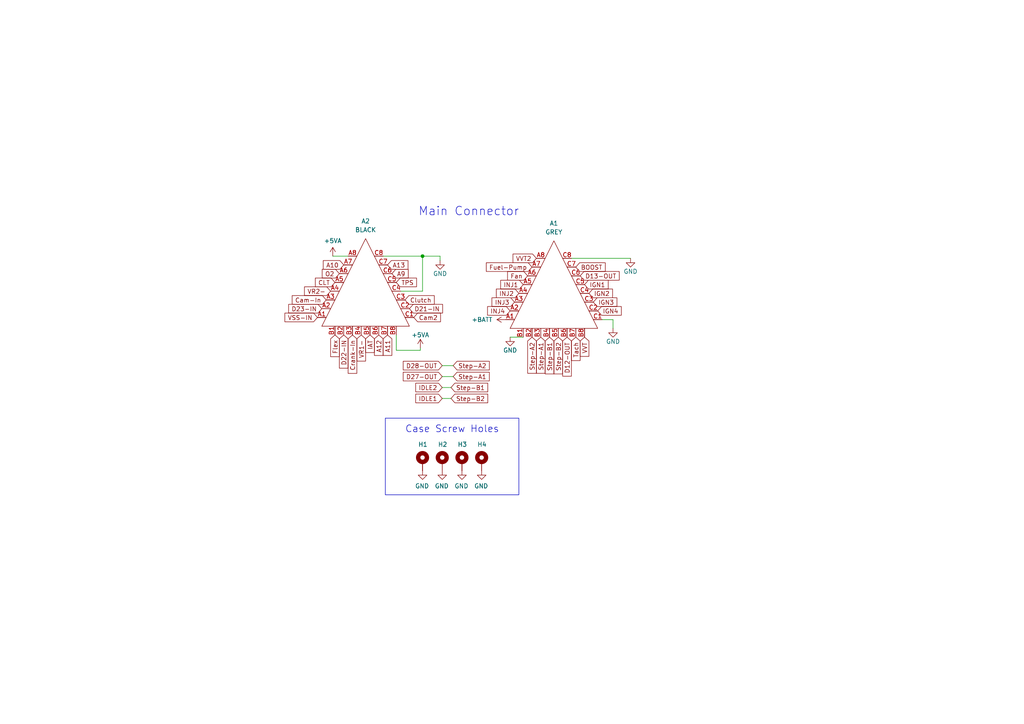
<source format=kicad_sch>
(kicad_sch (version 20250114) (generator "eeschema") (generator_version "9.0")
  (paper "A4")
  (title_block (title "Closed Deck X4") (date "2025-05-18") (rev "3") (company "OpenLogicEFI") (comment 1 "openlogicefi.com"))
  (lib_symbols
    (symbol "Connector_Automotive:Delphi_Sicma_24" (pin_names (offset 1.016))
      (property "Reference" "J" (at 0 1.27 0))
      (property "Value" "Delphi_Sicma_24" (at 0 -5.08 0))
      (symbol "Delphi_Sicma_24_0_1"
        (polyline (pts (xy -12.7 -12.7) (xy 0 12.7) (xy 12.7 -12.7) (xy -12.7 -12.7)))
      )
      (symbol "Delphi_Sicma_24_1_1"
        (pin passive line (at -13.97 -10.16 0) (length 2.54) (name "~") (number "A1"))
        (pin passive line (at -12.7 -7.62 0) (length 2.54) (name "~") (number "A2"))
        (pin passive line (at -11.43 -5.08 0) (length 2.54) (name "~") (number "A3"))
        (pin passive line (at -10.16 -2.54 0) (length 2.54) (name "~") (number "A4"))
        (pin passive line (at -8.89 0 0) (length 2.54) (name "~") (number "A5"))
        (pin passive line (at -8.89 -15.24 90) (length 2.54) (name "~") (number "B1"))
        (pin passive line (at -7.62 2.54 0) (length 2.54) (name "~") (number "A6"))
        (pin passive line (at -6.35 5.08 0) (length 2.54) (name "~") (number "A7"))
        (pin passive line (at -6.35 -15.24 90) (length 2.54) (name "~") (number "B2"))
        (pin passive line (at -5.08 7.62 0) (length 2.54) (name "~") (number "A8"))
        (pin passive line (at -3.81 -15.24 90) (length 2.54) (name "~") (number "B3"))
        (pin passive line (at -1.27 -15.24 90) (length 2.54) (name "~") (number "B4"))
        (pin passive line (at 1.27 -15.24 90) (length 2.54) (name "~") (number "B5"))
        (pin passive line (at 3.81 -15.24 90) (length 2.54) (name "~") (number "B6"))
        (pin passive line (at 5.08 7.62 180) (length 2.54) (name "~") (number "C8"))
        (pin passive line (at 6.35 5.08 180) (length 2.54) (name "~") (number "C7"))
        (pin passive line (at 6.35 -15.24 90) (length 2.54) (name "~") (number "B7"))
        (pin passive line (at 7.62 2.54 180) (length 2.54) (name "~") (number "C6"))
        (pin passive line (at 8.89 0 180) (length 2.54) (name "~") (number "C5"))
        (pin passive line (at 8.89 -15.24 90) (length 2.54) (name "~") (number "B8"))
        (pin passive line (at 10.16 -2.54 180) (length 2.54) (name "~") (number "C4"))
        (pin passive line (at 11.43 -5.08 180) (length 2.54) (name "~") (number "C3"))
        (pin passive line (at 12.7 -7.62 180) (length 2.54) (name "~") (number "C2"))
        (pin passive line (at 13.97 -10.16 180) (length 2.54) (name "~") (number "C1"))
      )
    )
    (symbol "Mechanical:MountingHole_Pad" (pin_numbers (hide yes)) (pin_names (offset 1.016) (hide yes))
      (property "Reference" "H" (at 0 6.35 0))
      (property "Value" "MountingHole_Pad" (at 0 4.445 0))
      (symbol "MountingHole_Pad_0_1"
        (circle (center 0 1.27) (radius 1.27) (stroke (width 1.27)))
      )
      (symbol "MountingHole_Pad_1_1"
        (pin input line (at 0 -2.54 90) (length 2.54) (name "1") (number "1"))
      )
    )
    (symbol "power:+5VA" (power) (pin_names (offset 0))
      (property "Value" "+5VA" (at 0 3.556 0))
      (symbol "+5VA_0_1"
        (polyline (pts (xy -0.762 1.27) (xy 0 2.54)))
        (polyline (pts (xy 0 2.54) (xy 0.762 1.27)))
        (polyline (pts (xy 0 0) (xy 0 2.54)))
      )
      (symbol "+5VA_1_1"
        (pin power_in line (at 0 0 90) (length 0) (hide yes) (name "+5VA") (number "1"))
      )
    )
    (symbol "power:+BATT" (power) (pin_names (offset 0))
      (property "Value" "+BATT" (at 0 3.556 0))
      (symbol "+BATT_0_1"
        (polyline (pts (xy -0.762 1.27) (xy 0 2.54)))
        (polyline (pts (xy 0 2.54) (xy 0.762 1.27)))
        (polyline (pts (xy 0 0) (xy 0 2.54)))
      )
      (symbol "+BATT_1_1"
        (pin power_in line (at 0 0 90) (length 0) (hide yes) (name "+BATT") (number "1"))
      )
    )
    (symbol "power:GND" (power) (pin_names (offset 0))
      (property "Value" "GND" (at 0 -3.81 0))
      (symbol "GND_0_1"
        (polyline (pts (xy 0 0) (xy 0 -1.27) (xy 1.27 -1.27) (xy 0 -2.54) (xy -1.27 -1.27) (xy 0 -1.27)))
      )
      (symbol "GND_1_1"
        (pin power_in line (at 0 0 270) (length 0) (hide yes) (name "GND") (number "1"))
      )
    )
  )
  (rectangle (start 111.76 121.285) (end 150.495 143.51))
  (text "Case Screw Holes" (at 117.475 125.73 0) (effects (font (size 2 2)) (justify left bottom)))
  (text "Main Connector" (at 121.285 62.865 0) (effects (font (size 2.4892 2.4892)) (justify left bottom)))
  (junction (at 122.555 74.295))
  (wire (pts (xy 127.635 74.295) (xy 127.635 75.565)))
  (wire (pts (xy 111.125 74.295) (xy 122.555 74.295)))
  (wire (pts (xy 128.27 112.395) (xy 130.81 112.395)))
  (wire (pts (xy 114.935 101.6) (xy 121.92 101.6)))
  (wire (pts (xy 177.8 92.71) (xy 177.8 95.25)))
  (wire (pts (xy 177.8 92.71) (xy 174.625 92.71)))
  (wire (pts (xy 114.935 101.6) (xy 114.935 97.155)))
  (wire (pts (xy 122.555 74.295) (xy 122.555 84.455)))
  (wire (pts (xy 147.955 97.79) (xy 151.765 97.79)))
  (wire (pts (xy 128.27 115.57) (xy 130.81 115.57)))
  (wire (pts (xy 121.92 101.6) (xy 121.92 100.965)))
  (wire (pts (xy 96.52 74.295) (xy 100.965 74.295)))
  (wire (pts (xy 165.735 74.93) (xy 182.88 74.93)))
  (wire (pts (xy 128.27 106.045) (xy 131.445 106.045)))
  (wire (pts (xy 128.27 109.22) (xy 131.445 109.22)))
  (wire (pts (xy 122.555 74.295) (xy 127.635 74.295)))
  (wire (pts (xy 116.205 84.455) (xy 122.555 84.455)))
  (global_label "INJ3" (shape input) (at 149.225 87.63 180) (property "Intersheetrefs" "${INTERSHEET_REFS}" (effects (hide yes))))
  (global_label "Fuel-Pump" (shape input) (at 154.305 77.47 180) (property "Intersheetrefs" "${INTERSHEET_REFS}" (effects (hide yes))))
  (global_label "Cam2" (shape input) (at 120.015 92.075 0) (property "Intersheetrefs" "${INTERSHEET_REFS}" (effects (hide yes))))
  (global_label "Crank-In" (shape input) (at 102.235 97.155 270) (property "Intersheetrefs" "${INTERSHEET_REFS}" (effects (hide yes))))
  (global_label "Flex" (shape input) (at 97.155 97.155 270) (property "Intersheetrefs" "${INTERSHEET_REFS}" (effects (hide yes))))
  (global_label "INJ1" (shape input) (at 151.765 82.55 180) (property "Intersheetrefs" "${INTERSHEET_REFS}" (effects (hide yes))))
  (global_label "VR1-" (shape input) (at 104.775 97.155 270) (property "Intersheetrefs" "${INTERSHEET_REFS}" (effects (hide yes))))
  (global_label "IDLE1" (shape input) (at 128.27 115.57 180) (property "Intersheetrefs" "${INTERSHEET_REFS}" (effects (hide yes))))
  (global_label "INJ2" (shape input) (at 150.495 85.09 180) (property "Intersheetrefs" "${INTERSHEET_REFS}" (effects (hide yes))))
  (global_label "Clutch" (shape input) (at 117.475 86.995 0) (property "Intersheetrefs" "${INTERSHEET_REFS}" (effects (hide yes))))
  (global_label "D23-IN" (shape input) (at 93.345 89.535 180) (property "Intersheetrefs" "${INTERSHEET_REFS}" (effects (hide yes))))
  (global_label "D22-IN" (shape input) (at 99.695 97.155 270) (property "Intersheetrefs" "${INTERSHEET_REFS}" (effects (hide yes))))
  (global_label "Step-A2" (shape input) (at 131.445 106.045 0) (property "Intersheetrefs" "${INTERSHEET_REFS}" (effects (hide yes))))
  (global_label "IGN4" (shape input) (at 173.355 90.17 0) (property "Intersheetrefs" "${INTERSHEET_REFS}" (effects (hide yes))))
  (global_label "D27-OUT" (shape input) (at 128.27 109.22 180) (property "Intersheetrefs" "${INTERSHEET_REFS}" (effects (hide yes))))
  (global_label "A9" (shape input) (at 113.665 79.375 0) (property "Intersheetrefs" "${INTERSHEET_REFS}" (effects (hide yes))))
  (global_label "Tach" (shape input) (at 167.005 97.79 270) (property "Intersheetrefs" "${INTERSHEET_REFS}" (effects (hide yes))))
  (global_label "IDLE2" (shape input) (at 128.27 112.395 180) (property "Intersheetrefs" "${INTERSHEET_REFS}" (effects (hide yes))))
  (global_label "A13" (shape input) (at 112.395 76.835 0) (property "Intersheetrefs" "${INTERSHEET_REFS}" (effects (hide yes))))
  (global_label "CLT" (shape input) (at 97.155 81.915 180) (property "Intersheetrefs" "${INTERSHEET_REFS}" (effects (hide yes))))
  (global_label "D21-IN" (shape input) (at 118.745 89.535 0) (property "Intersheetrefs" "${INTERSHEET_REFS}" (effects (hide yes))))
  (global_label "INJ4" (shape input) (at 147.955 90.17 180) (property "Intersheetrefs" "${INTERSHEET_REFS}" (effects (hide yes))))
  (global_label "TPS" (shape input) (at 114.935 81.915 0) (property "Intersheetrefs" "${INTERSHEET_REFS}" (effects (hide yes))))
  (global_label "A12" (shape input) (at 109.855 97.155 270) (property "Intersheetrefs" "${INTERSHEET_REFS}" (effects (hide yes))))
  (global_label "IGN3" (shape input) (at 172.085 87.63 0) (property "Intersheetrefs" "${INTERSHEET_REFS}" (effects (hide yes))))
  (global_label "Step-B2" (shape input) (at 130.81 115.57 0) (property "Intersheetrefs" "${INTERSHEET_REFS}" (effects (hide yes))))
  (global_label "D12-OUT" (shape input) (at 164.465 97.79 270) (property "Intersheetrefs" "${INTERSHEET_REFS}" (effects (hide yes))))
  (global_label "A11" (shape input) (at 112.395 97.155 270) (property "Intersheetrefs" "${INTERSHEET_REFS}" (effects (hide yes))))
  (global_label "Step-A1" (shape input) (at 156.845 97.79 270) (property "Intersheetrefs" "${INTERSHEET_REFS}" (effects (hide yes))))
  (global_label "Cam-In" (shape input) (at 94.615 86.995 180) (property "Intersheetrefs" "${INTERSHEET_REFS}" (effects (hide yes))))
  (global_label "D13-OUT" (shape input) (at 168.275 80.01 0) (property "Intersheetrefs" "${INTERSHEET_REFS}" (effects (hide yes))))
  (global_label "Step-B1" (shape input) (at 159.385 97.79 270) (property "Intersheetrefs" "${INTERSHEET_REFS}" (effects (hide yes))))
  (global_label "VR2-" (shape input) (at 95.885 84.455 180) (property "Intersheetrefs" "${INTERSHEET_REFS}" (effects (hide yes))))
  (global_label "IAT" (shape input) (at 107.315 97.155 270) (property "Intersheetrefs" "${INTERSHEET_REFS}" (effects (hide yes))))
  (global_label "O2" (shape input) (at 98.425 79.375 180) (property "Intersheetrefs" "${INTERSHEET_REFS}" (effects (hide yes))))
  (global_label "A10" (shape input) (at 99.695 76.835 180) (property "Intersheetrefs" "${INTERSHEET_REFS}" (effects (hide yes))))
  (global_label "Step-B2" (shape input) (at 161.925 97.79 270) (property "Intersheetrefs" "${INTERSHEET_REFS}" (effects (hide yes))))
  (global_label "Step-B1" (shape input) (at 130.81 112.395 0) (property "Intersheetrefs" "${INTERSHEET_REFS}" (effects (hide yes))))
  (global_label "VSS-IN" (shape input) (at 92.075 92.075 180) (property "Intersheetrefs" "${INTERSHEET_REFS}" (effects (hide yes))))
  (global_label "Step-A2" (shape input) (at 154.305 97.79 270) (property "Intersheetrefs" "${INTERSHEET_REFS}" (effects (hide yes))))
  (global_label "IGN1" (shape input) (at 169.545 82.55 0) (property "Intersheetrefs" "${INTERSHEET_REFS}" (effects (hide yes))))
  (global_label "VVT2" (shape input) (at 155.575 74.93 180) (property "Intersheetrefs" "${INTERSHEET_REFS}" (effects (hide yes))))
  (global_label "Fan" (shape input) (at 153.035 80.01 180) (property "Intersheetrefs" "${INTERSHEET_REFS}" (effects (hide yes))))
  (global_label "BOOST" (shape input) (at 167.005 77.47 0) (property "Intersheetrefs" "${INTERSHEET_REFS}" (effects (hide yes))))
  (global_label "IGN2" (shape input) (at 170.815 85.09 0) (property "Intersheetrefs" "${INTERSHEET_REFS}" (effects (hide yes))))
  (global_label "D28-OUT" (shape input) (at 128.27 106.045 180) (property "Intersheetrefs" "${INTERSHEET_REFS}" (effects (hide yes))))
  (global_label "Step-A1" (shape input) (at 131.445 109.22 0) (property "Intersheetrefs" "${INTERSHEET_REFS}" (effects (hide yes))))
  (global_label "VVT" (shape input) (at 169.545 97.79 270) (property "Intersheetrefs" "${INTERSHEET_REFS}" (effects (hide yes))))
  (symbol (lib_id "power:+BATT") (at 146.685 92.71 90) (unit 1)
    (property "Reference" "#PWR012" (effects (hide yes)))
    (property "Value" "+BATT" (at 142.875 92.71 90) (effects (justify left)))
  )
  (symbol (lib_id "Mechanical:MountingHole_Pad") (at 133.985 133.985 0) (unit 1) (in_bom no)
    (property "Reference" "H3" (at 132.715 128.905 0) (effects (justify left)))
    (property "Value" "MountingHole_Pad" (effects (hide yes)))
    (property "Footprint" "MountingHole:MountingHole_3.5mm_Pad" (effects (hide yes)))
    (property "Description" "Mounting Hole with connection" (effects (hide yes)))
  )
  (symbol (lib_id "power:GND") (at 133.985 136.525 0) (unit 1)
    (property "Reference" "#PWR018" (effects (hide yes)))
    (property "Value" "GND" (at 135.89 140.97 0) (effects (justify right)))
  )
  (symbol (lib_id "power:+5VA") (at 121.92 100.965 0) (mirror y) (unit 1)
    (property "Reference" "#PWR060" (effects (hide yes)))
    (property "Value" "+5VA" (at 121.92 97.155 0))
  )
  (symbol (lib_id "power:GND") (at 182.88 74.93 0) (unit 1)
    (property "Reference" "#PWR085" (effects (hide yes)))
    (property "Value" "GND" (at 182.88 78.74 0))
  )
  (symbol (lib_id "power:GND") (at 127.635 75.565 0) (unit 1)
    (property "Reference" "#PWR052" (effects (hide yes)))
    (property "Value" "GND" (at 127.635 79.375 0))
  )
  (symbol (lib_id "power:GND") (at 147.955 97.79 0) (unit 1)
    (property "Reference" "#PWR014" (effects (hide yes)))
    (property "Value" "GND" (at 147.955 101.6 0))
  )
  (symbol (lib_id "power:GND") (at 128.27 136.525 0) (unit 1)
    (property "Reference" "#PWR024" (effects (hide yes)))
    (property "Value" "GND" (at 130.175 140.97 0) (effects (justify right)))
  )
  (symbol (lib_id "Mechanical:MountingHole_Pad") (at 122.555 133.985 0) (unit 1) (in_bom no)
    (property "Reference" "H1" (at 121.285 128.905 0) (effects (justify left)))
    (property "Value" "MountingHole_Pad" (effects (hide yes)))
    (property "Footprint" "MountingHole:MountingHole_3.5mm_Pad" (effects (hide yes)))
    (property "Description" "Mounting Hole with connection" (effects (hide yes)))
  )
  (symbol (lib_id "power:GND") (at 122.555 136.525 0) (unit 1)
    (property "Reference" "#PWR022" (effects (hide yes)))
    (property "Value" "GND" (at 124.46 140.97 0) (effects (justify right)))
  )
  (symbol (lib_id "power:GND") (at 177.8 95.25 0) (unit 1)
    (property "Reference" "#PWR015" (effects (hide yes)))
    (property "Value" "GND" (at 177.8 99.06 0))
  )
  (symbol (lib_id "power:GND") (at 139.7 136.525 0) (unit 1)
    (property "Reference" "#PWR023" (effects (hide yes)))
    (property "Value" "GND" (at 141.605 140.97 0) (effects (justify right)))
  )
  (symbol (lib_id "Connector_Automotive:Delphi_Sicma_24") (at 106.045 81.915 0) (unit 1) (in_bom no)
    (property "Reference" "A2" (at 106.045 64.135 0))
    (property "Value" "BLACK" (at 106.045 66.675 0))
    (property "Footprint" "Connector_Automotive:Delphi_Sicma_24_Black" (effects (hide yes)))
  )
  (symbol (lib_id "Mechanical:MountingHole_Pad") (at 139.7 133.985 0) (unit 1) (in_bom no)
    (property "Reference" "H4" (at 138.43 128.905 0) (effects (justify left)))
    (property "Value" "MountingHole_Pad" (effects (hide yes)))
    (property "Footprint" "MountingHole:MountingHole_3.5mm_Pad" (effects (hide yes)))
    (property "Description" "Mounting Hole with connection" (effects (hide yes)))
  )
  (symbol (lib_id "Connector_Automotive:Delphi_Sicma_24") (at 160.655 82.55 0) (unit 1) (in_bom no)
    (property "Reference" "A1" (at 160.655 64.77 0))
    (property "Value" "GREY" (at 160.655 67.31 0))
    (property "Footprint" "Connector_Automotive:Delphi_Sicma_24_Grey" (effects (hide yes)))
  )
  (symbol (lib_id "Mechanical:MountingHole_Pad") (at 128.27 133.985 0) (unit 1) (in_bom no)
    (property "Reference" "H2" (at 127 128.905 0) (effects (justify left)))
    (property "Value" "MountingHole_Pad" (effects (hide yes)))
    (property "Footprint" "MountingHole:MountingHole_3.5mm_Pad" (effects (hide yes)))
    (property "Description" "Mounting Hole with connection" (effects (hide yes)))
  )
  (symbol (lib_id "power:+5VA") (at 96.52 74.295 0) (unit 1)
    (property "Reference" "#PWR013" (effects (hide yes)))
    (property "Value" "+5VA" (at 96.52 69.85 0))
  )
)
</source>
